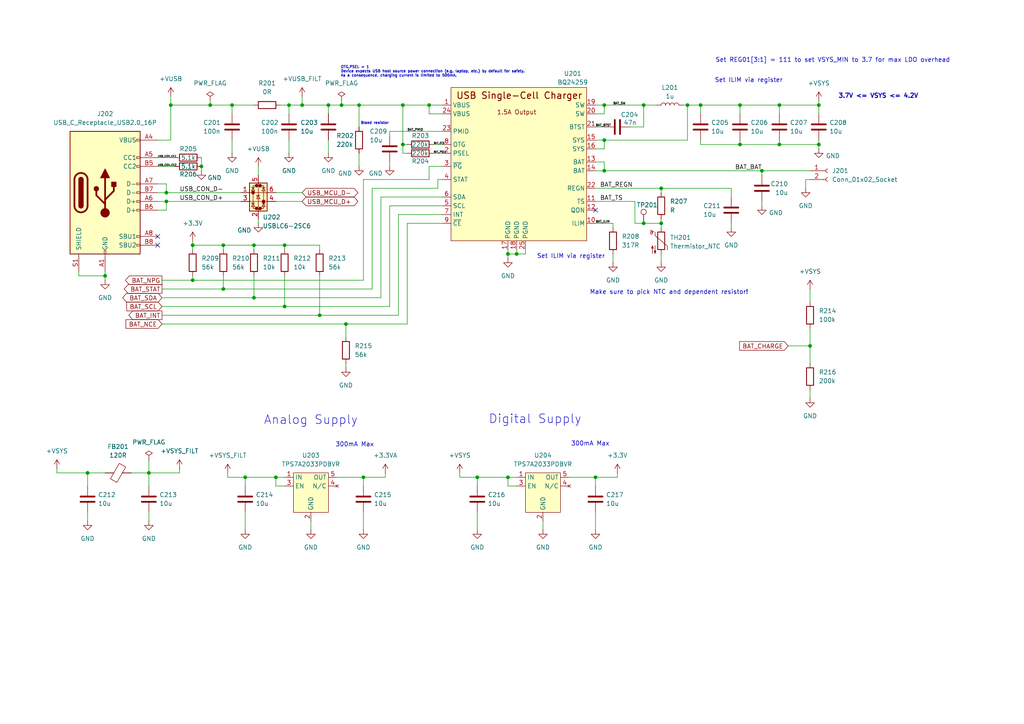
<source format=kicad_sch>
(kicad_sch (version 20250114) (generator "eeschema") (generator_version "9.0")
  (paper "A4")
  (lib_symbols
    (symbol "Connector:Conn_01x02_Socket" (pin_names (offset 1.016) (hide yes))
      (property "Reference" "J" (at 0 2.54 0))
      (property "Value" "Conn_01x02_Socket" (at 0 -5.08 0))
      (symbol "Conn_01x02_Socket_1_1"
        (polyline (pts (xy -1.27 0) (xy -0.508 0)) (stroke (width 0.1524)))
        (polyline (pts (xy -1.27 -2.54) (xy -0.508 -2.54)) (stroke (width 0.1524)))
        (arc (start 0 -0.508) (mid -0.5058 0) (end 0 0.508) (stroke (width 0.1524)))
        (arc (start 0 -3.048) (mid -0.5058 -2.54) (end 0 -2.032) (stroke (width 0.1524)))
        (pin passive line (at -5.08 0 0) (length 3.81) (name "Pin_1") (number "1"))
        (pin passive line (at -5.08 -2.54 0) (length 3.81) (name "Pin_2") (number "2"))
      )
    )
    (symbol "Connector:TestPoint" (pin_numbers (hide yes)) (pin_names (offset 0.762) (hide yes))
      (property "Reference" "TP" (at 0 6.858 0))
      (property "Value" "TestPoint" (at 0 5.08 0))
      (symbol "TestPoint_0_1"
        (circle (center 0 3.302) (radius 0.762))
      )
      (symbol "TestPoint_1_1"
        (pin passive line (at 0 0 90) (length 2.54) (name "1") (number "1"))
      )
    )
    (symbol "Connector:USB_C_Receptacle_USB2.0_16P" (pin_names (offset 1.016))
      (property "Reference" "J" (at 0 22.225 0))
      (property "Value" "USB_C_Receptacle_USB2.0_16P" (at 0 19.685 0))
      (symbol "USB_C_Receptacle_USB2.0_16P_0_0"
        (rectangle (start -0.254 -17.78) (end 0.254 -16.764))
        (rectangle (start 10.16 15.494) (end 9.144 14.986))
        (rectangle (start 10.16 10.414) (end 9.144 9.906))
        (rectangle (start 10.16 7.874) (end 9.144 7.366))
        (rectangle (start 10.16 2.794) (end 9.144 2.286))
        (rectangle (start 10.16 0.254) (end 9.144 -0.254))
        (rectangle (start 10.16 -2.286) (end 9.144 -2.794))
        (rectangle (start 10.16 -4.826) (end 9.144 -5.334))
        (rectangle (start 10.16 -12.446) (end 9.144 -12.954))
        (rectangle (start 10.16 -14.986) (end 9.144 -15.494))
      )
      (symbol "USB_C_Receptacle_USB2.0_16P_0_1"
        (rectangle (start -10.16 17.78) (end 10.16 -17.78) (stroke (width 0.254)) (fill (type background)))
        (polyline (pts (xy -8.89 -3.81) (xy -8.89 3.81)) (stroke (width 0.508)))
        (rectangle (start -7.62 -3.81) (end -6.35 3.81) (stroke (width 0.254)) (fill (type outline)))
        (arc (start -7.62 3.81) (mid -6.985 4.4423) (end -6.35 3.81) (stroke (width 0.254)))
        (arc (start -7.62 3.81) (mid -6.985 4.4423) (end -6.35 3.81) (stroke (width 0.254)) (fill (type outline)))
        (arc (start -8.89 3.81) (mid -6.985 5.7067) (end -5.08 3.81) (stroke (width 0.508)))
        (arc (start -5.08 -3.81) (mid -6.985 -5.7067) (end -8.89 -3.81) (stroke (width 0.508)))
        (arc (start -6.35 -3.81) (mid -6.985 -4.4423) (end -7.62 -3.81) (stroke (width 0.254)))
        (arc (start -6.35 -3.81) (mid -6.985 -4.4423) (end -7.62 -3.81) (stroke (width 0.254)) (fill (type outline)))
        (polyline (pts (xy -5.08 3.81) (xy -5.08 -3.81)) (stroke (width 0.508)))
        (circle (center -2.54 1.143) (radius 0.635) (stroke (width 0.254)) (fill (type outline)))
        (polyline (pts (xy -1.27 4.318) (xy 0 6.858) (xy 1.27 4.318) (xy -1.27 4.318)) (stroke (width 0.254)) (fill (type outline)))
        (polyline (pts (xy 0 -2.032) (xy 2.54 0.508) (xy 2.54 1.778)) (stroke (width 0.508)))
        (polyline (pts (xy 0 -3.302) (xy -2.54 -0.762) (xy -2.54 0.508)) (stroke (width 0.508)))
        (polyline (pts (xy 0 -5.842) (xy 0 4.318)) (stroke (width 0.508)))
        (circle (center 0 -5.842) (radius 1.27) (fill (type outline)))
        (rectangle (start 1.905 1.778) (end 3.175 3.048) (stroke (width 0.254)) (fill (type outline)))
      )
      (symbol "USB_C_Receptacle_USB2.0_16P_1_1"
        (pin passive line (at -7.62 -22.86 90) (length 5.08) (name "SHIELD") (number "S1"))
        (pin passive line (at 0 -22.86 90) (length 5.08) (name "GND") (number "A1"))
        (pin passive line (at 0 -22.86 90) (length 5.08) (hide yes) (name "GND") (number "A12"))
        (pin passive line (at 0 -22.86 90) (length 5.08) (hide yes) (name "GND") (number "B1"))
        (pin passive line (at 0 -22.86 90) (length 5.08) (hide yes) (name "GND") (number "B12"))
        (pin passive line (at 15.24 15.24 180) (length 5.08) (name "VBUS") (number "A4"))
        (pin passive line (at 15.24 15.24 180) (length 5.08) (hide yes) (name "VBUS") (number "A9"))
        (pin passive line (at 15.24 15.24 180) (length 5.08) (hide yes) (name "VBUS") (number "B4"))
        (pin passive line (at 15.24 15.24 180) (length 5.08) (hide yes) (name "VBUS") (number "B9"))
        (pin bidirectional line (at 15.24 10.16 180) (length 5.08) (name "CC1") (number "A5"))
        (pin bidirectional line (at 15.24 7.62 180) (length 5.08) (name "CC2") (number "B5"))
        (pin bidirectional line (at 15.24 2.54 180) (length 5.08) (name "D-") (number "A7"))
        (pin bidirectional line (at 15.24 0 180) (length 5.08) (name "D-") (number "B7"))
        (pin bidirectional line (at 15.24 -2.54 180) (length 5.08) (name "D+") (number "A6"))
        (pin bidirectional line (at 15.24 -5.08 180) (length 5.08) (name "D+") (number "B6"))
        (pin bidirectional line (at 15.24 -12.7 180) (length 5.08) (name "SBU1") (number "A8"))
        (pin bidirectional line (at 15.24 -15.24 180) (length 5.08) (name "SBU2") (number "B8"))
      )
    )
    (symbol "Device:C" (pin_numbers (hide yes)) (pin_names (offset 0.254))
      (property "Reference" "C" (at 0.635 2.54 0))
      (property "Value" "C" (at 0.635 -2.54 0))
      (symbol "C_0_1"
        (polyline (pts (xy -2.032 0.762) (xy 2.032 0.762)) (stroke (width 0.508)))
        (polyline (pts (xy -2.032 -0.762) (xy 2.032 -0.762)) (stroke (width 0.508)))
      )
      (symbol "C_1_1"
        (pin passive line (at 0 3.81 270) (length 2.794) (name "~") (number "1"))
        (pin passive line (at 0 -3.81 90) (length 2.794) (name "~") (number "2"))
      )
    )
    (symbol "Device:FerriteBead" (pin_numbers (hide yes)) (pin_names (offset 0))
      (property "Reference" "FB" (at -3.81 0.635 90))
      (property "Value" "FerriteBead" (at 3.81 0 90))
      (symbol "FerriteBead_0_1"
        (polyline (pts (xy -2.7686 0.4064) (xy -1.7018 2.2606) (xy 2.7686 -0.3048) (xy 1.6764 -2.159) (xy -2.7686 0.4064)))
        (polyline (pts (xy 0 1.27) (xy 0 1.2954)))
        (polyline (pts (xy 0 -1.27) (xy 0 -1.2192)))
      )
      (symbol "FerriteBead_1_1"
        (pin passive line (at 0 3.81 270) (length 2.54) (name "~") (number "1"))
        (pin passive line (at 0 -3.81 90) (length 2.54) (name "~") (number "2"))
      )
    )
    (symbol "Device:L" (pin_numbers (hide yes)) (pin_names (offset 1.016) (hide yes))
      (property "Reference" "L" (at -1.27 0 90))
      (property "Value" "L" (at 1.905 0 90))
      (symbol "L_0_1"
        (arc (start 0 2.54) (mid 0.6323 1.905) (end 0 1.27))
        (arc (start 0 1.27) (mid 0.6323 0.635) (end 0 0))
        (arc (start 0 0) (mid 0.6323 -0.635) (end 0 -1.27))
        (arc (start 0 -1.27) (mid 0.6323 -1.905) (end 0 -2.54))
      )
      (symbol "L_1_1"
        (pin passive line (at 0 3.81 270) (length 1.27) (name "1") (number "1"))
        (pin passive line (at 0 -3.81 90) (length 1.27) (name "2") (number "2"))
      )
    )
    (symbol "Device:R" (pin_numbers (hide yes)) (pin_names (offset 0))
      (property "Reference" "R" (at 2.032 0 90))
      (property "Value" "R" (at 0 0 90))
      (symbol "R_0_1"
        (rectangle (start -1.016 -2.54) (end 1.016 2.54) (stroke (width 0.254)))
      )
      (symbol "R_1_1"
        (pin passive line (at 0 3.81 270) (length 1.27) (name "~") (number "1"))
        (pin passive line (at 0 -3.81 90) (length 1.27) (name "~") (number "2"))
      )
    )
    (symbol "Device:Thermistor_NTC" (pin_numbers (hide yes)) (pin_names (offset 0))
      (property "Reference" "TH" (at -4.445 0 90))
      (property "Value" "Thermistor_NTC" (at 3.175 0 90))
      (symbol "Thermistor_NTC_0_1"
        (arc (start -3.175 2.413) (mid -3.0506 2.3165) (end -3.048 2.159))
        (arc (start -3.048 2.794) (mid -2.9736 2.9736) (end -2.794 3.048))
        (arc (start -2.794 3.048) (mid -2.6144 2.9736) (end -2.54 2.794))
        (arc (start -2.794 2.54) (mid -2.9736 2.6144) (end -3.048 2.794))
        (arc (start -2.794 1.905) (mid -2.9736 1.9794) (end -3.048 2.159))
        (arc (start -2.54 2.159) (mid -2.6144 1.9794) (end -2.794 1.905))
        (arc (start -2.159 2.794) (mid -2.434 2.5608) (end -2.794 2.54))
        (polyline (pts (xy -2.54 2.159) (xy -2.54 2.794)))
        (polyline (pts (xy -2.54 -3.683) (xy -2.54 -1.397) (xy -2.794 -2.159) (xy -2.286 -2.159) (xy -2.54 -1.397) (xy -2.54 -1.651)) (fill (type outline)))
        (polyline (pts (xy -1.778 2.54) (xy -1.778 1.524) (xy 1.778 -1.524) (xy 1.778 -2.54)))
        (polyline (pts (xy -1.778 -1.397) (xy -1.778 -3.683) (xy -2.032 -2.921) (xy -1.524 -2.921) (xy -1.778 -3.683) (xy -1.778 -3.429)) (fill (type outline)))
        (rectangle (start -1.016 2.54) (end 1.016 -2.54) (stroke (width 0.254)))
      )
      (symbol "Thermistor_NTC_1_1"
        (pin passive line (at 0 3.81 270) (length 1.27) (name "~") (number "1"))
        (pin passive line (at 0 -3.81 90) (length 1.27) (name "~") (number "2"))
      )
    )
    (symbol "MP3-Player_Symbol_Libraries:BQ24259"
      (property "Reference" "U" (at 16.256 5.842 0))
      (property "Value" "BQ24259" (at 16.256 3.556 0))
      (symbol "BQ24259_1_1"
        (rectangle (start -19.05 2.54) (end 20.32 -41.91) (fill (type background)))
        (text "1.5A Output" (at 0 -4.572 0) (effects (font (size 1.27 1.27))))
        (text "USB Single-Cell Charger" (at 0.762 0.254 0) (effects (font (size 1.905 1.905) (thickness 0.254) (bold yes))))
        (pin power_in line (at -21.59 -2.54 0) (length 2.54) (name "VBUS") (number "1"))
        (pin power_in line (at -21.59 -5.08 0) (length 2.54) (name "VBUS") (number "24"))
        (pin power_out line (at -21.59 -10.16 0) (length 2.54) (name "PMID") (number "23"))
        (pin input line (at -21.59 -13.97 0) (length 2.54) (name "OTG") (number "8"))
        (pin input line (at -21.59 -16.51 0) (length 2.54) (name "PSEL") (number "2"))
        (pin output line (at -21.59 -20.32 0) (length 2.54) (name "~{PG}") (number "3"))
        (pin output line (at -21.59 -24.13 0) (length 2.54) (name "STAT") (number "4"))
        (pin bidirectional line (at -21.59 -29.21 0) (length 2.54) (name "SDA") (number "6"))
        (pin input line (at -21.59 -31.75 0) (length 2.54) (name "SCL") (number "5"))
        (pin output line (at -21.59 -34.29 0) (length 2.54) (name "INT") (number "7"))
        (pin input line (at -21.59 -36.83 0) (length 2.54) (name "~{CE}") (number "9"))
        (pin power_in line (at -2.54 -44.45 90) (length 2.54) (name "PGND") (number "17"))
        (pin power_in line (at 0 -44.45 90) (length 2.54) (name "PGND") (number "18"))
        (pin power_in line (at 2.54 -44.45 90) (length 2.54) (name "PGND") (number "25"))
        (pin passive line (at 22.86 -2.54 180) (length 2.54) (name "SW") (number "19"))
        (pin passive line (at 22.86 -5.08 180) (length 2.54) (name "SW") (number "20"))
        (pin power_out line (at 22.86 -8.89 180) (length 2.54) (name "BTST") (number "21"))
        (pin input line (at 22.86 -12.7 180) (length 2.54) (name "SYS") (number "15"))
        (pin input line (at 22.86 -15.24 180) (length 2.54) (name "SYS") (number "16"))
        (pin passive line (at 22.86 -19.05 180) (length 2.54) (name "BAT") (number "13"))
        (pin passive line (at 22.86 -21.59 180) (length 2.54) (name "BAT") (number "14"))
        (pin power_out line (at 22.86 -26.67 180) (length 2.54) (name "REGN") (number "22"))
        (pin input line (at 22.86 -30.48 180) (length 2.54) (name "TS") (number "11"))
        (pin input line (at 22.86 -33.02 180) (length 2.54) (name "QON") (number "12"))
        (pin input line (at 22.86 -36.83 180) (length 2.54) (name "ILIM") (number "10"))
      )
    )
    (symbol "MP3-Player_Symbol_Libraries:TPS7A2033PDBVR"
      (property "Reference" "U" (at 0 5.08 0))
      (property "Value" "TPS7A2033PDBVR" (at 0 2.794 0))
      (symbol "TPS7A2033PDBVR_1_1"
        (rectangle (start -5.08 1.27) (end 5.08 -10.16) (fill (type background)))
        (pin power_in line (at -7.62 0 0) (length 2.54) (name "IN") (number "1"))
        (pin input line (at -7.62 -2.54 0) (length 2.54) (name "EN") (number "3"))
        (pin power_in line (at 0 -12.7 90) (length 2.54) (name "GND") (number "2"))
        (pin power_out line (at 7.62 0 180) (length 2.54) (name "OUT") (number "5"))
        (pin no_connect line (at 7.62 -2.54 180) (length 2.54) (name "N/C") (number "4"))
      )
    )
    (symbol "Power_Protection:USBLC6-2SC6" (pin_names (hide yes))
      (property "Reference" "U" (at 0.635 5.715 0))
      (property "Value" "USBLC6-2SC6" (at 0.635 3.81 0))
      (symbol "USBLC6-2SC6_0_0"
        (circle (center -1.524 0) (radius 0.0001) (stroke (width 0.508)))
        (circle (center -0.508 2.032) (radius 0.0001) (stroke (width 0.508)))
        (circle (center -0.508 -4.572) (radius 0.0001) (stroke (width 0.508)))
        (circle (center 0.508 2.032) (radius 0.0001) (stroke (width 0.508)))
        (circle (center 0.508 -4.572) (radius 0.0001) (stroke (width 0.508)))
        (circle (center 1.524 -2.54) (radius 0.0001) (stroke (width 0.508)))
      )
      (symbol "USBLC6-2SC6_0_1"
        (polyline (pts (xy -2.54 0) (xy 2.54 0)))
        (polyline (pts (xy -2.54 -2.54) (xy 2.54 -2.54)))
        (polyline (pts (xy -2.032 0.508) (xy -1.016 0.508) (xy -1.524 1.524) (xy -2.032 0.508)))
        (polyline (pts (xy -2.032 -3.048) (xy -1.016 -3.048)))
        (polyline (pts (xy -1.016 1.524) (xy -2.032 1.524)))
        (polyline (pts (xy -1.016 -4.064) (xy -2.032 -4.064) (xy -1.524 -3.048) (xy -1.016 -4.064)))
        (polyline (pts (xy -0.508 -1.143) (xy -0.508 -0.762) (xy 0.508 -0.762)))
        (polyline (pts (xy 0 2.54) (xy -0.508 2.032) (xy 0.508 2.032) (xy 0 1.524) (xy 0 -4.064) (xy -0.508 -4.572) (xy 0.508 -4.572) (xy 0 -5.08)))
        (polyline (pts (xy 0.508 -1.778) (xy -0.508 -1.778) (xy 0 -0.762) (xy 0.508 -1.778)))
        (polyline (pts (xy 1.016 1.524) (xy 2.032 1.524)))
        (polyline (pts (xy 1.016 -3.048) (xy 2.032 -3.048)))
        (polyline (pts (xy 2.032 0.508) (xy 1.016 0.508) (xy 1.524 1.524) (xy 2.032 0.508)))
        (polyline (pts (xy 2.032 -4.064) (xy 1.016 -4.064) (xy 1.524 -3.048) (xy 2.032 -4.064)))
      )
      (symbol "USBLC6-2SC6_1_1"
        (rectangle (start -2.54 2.794) (end 2.54 -5.334) (stroke (width 0.254)) (fill (type background)))
        (polyline (pts (xy -0.508 2.032) (xy -1.524 2.032) (xy -1.524 -4.572) (xy -0.508 -4.572)))
        (polyline (pts (xy 0.508 -4.572) (xy 1.524 -4.572) (xy 1.524 2.032) (xy 0.508 2.032)))
        (pin passive line (at -5.08 0 0) (length 2.54) (name "I/O1") (number "1"))
        (pin passive line (at -5.08 -2.54 0) (length 2.54) (name "I/O2") (number "3"))
        (pin passive line (at 0 5.08 270) (length 2.54) (name "VBUS") (number "5"))
        (pin passive line (at 0 -7.62 90) (length 2.54) (name "GND") (number "2"))
        (pin passive line (at 5.08 0 180) (length 2.54) (name "I/O1") (number "6"))
        (pin passive line (at 5.08 -2.54 180) (length 2.54) (name "I/O2") (number "4"))
      )
    )
    (symbol "power:+3.3V" (power) (pin_numbers (hide yes)) (pin_names (offset 0) (hide yes))
      (property "Value" "+3.3V" (at 0 3.556 0))
      (symbol "+3.3V_0_1"
        (polyline (pts (xy -0.762 1.27) (xy 0 2.54)))
        (polyline (pts (xy 0 2.54) (xy 0.762 1.27)))
        (polyline (pts (xy 0 0) (xy 0 2.54)))
      )
      (symbol "+3.3V_1_1"
        (pin power_in line (at 0 0 90) (length 0) (name "~") (number "1"))
      )
    )
    (symbol "power:GND" (power) (pin_numbers (hide yes)) (pin_names (offset 0) (hide yes))
      (property "Value" "GND" (at 0 -3.81 0))
      (symbol "GND_0_1"
        (polyline (pts (xy 0 0) (xy 0 -1.27) (xy 1.27 -1.27) (xy 0 -2.54) (xy -1.27 -1.27) (xy 0 -1.27)))
      )
      (symbol "GND_1_1"
        (pin power_in line (at 0 0 270) (length 0) (name "~") (number "1"))
      )
    )
    (symbol "power:PWR_FLAG" (power) (pin_numbers (hide yes)) (pin_names (offset 0) (hide yes))
      (property "Value" "PWR_FLAG" (at 0 3.81 0))
      (symbol "PWR_FLAG_0_0"
        (pin power_out line (at 0 0 90) (length 0) (name "~") (number "1"))
      )
      (symbol "PWR_FLAG_0_1"
        (polyline (pts (xy 0 0) (xy 0 1.27) (xy -1.016 1.905) (xy 0 2.54) (xy 1.016 1.905) (xy 0 1.27)))
      )
    )
    (symbol "power:VBUS" (power) (pin_numbers (hide yes)) (pin_names (offset 0) (hide yes))
      (property "Value" "VBUS" (at 0 3.556 0))
      (symbol "VBUS_0_1"
        (polyline (pts (xy -0.762 1.27) (xy 0 2.54)))
        (polyline (pts (xy 0 2.54) (xy 0.762 1.27)))
        (polyline (pts (xy 0 0) (xy 0 2.54)))
      )
      (symbol "VBUS_1_1"
        (pin power_in line (at 0 0 90) (length 0) (name "~") (number "1"))
      )
    )
  )
  (text "Analog Supply" (at 90.17 121.92 0) (effects (font (size 2.54 2.54))))
  (text "Set ILIM via register" (at 217.17 23.368 0) (effects (font (size 1.27 1.27))))
  (text "Bleed resistor\n" (at 108.712 35.814 0) (effects (font (size 0.762 0.762))))
  (text "Make sure to pick NTC and dependent resistor!\n" (at 194.056 84.836 0) (effects (font (size 1.27 1.27))))
  (text "Set ILIM via register" (at 165.608 74.422 0) (effects (font (size 1.27 1.27))))
  (text "300mA Max" (at 171.196 128.778 0) (effects (font (size 1.27 1.27))))
  (text "Digital Supply" (at 155.194 121.666 0) (effects (font (size 2.54 2.54))))
  (text "OTG,PSEL = 1\nDevice expects USB host source power connection (e.g. laptop, etc.) by default for safety.\nAs a consequence, charging current is limited to 500mA." (at 98.806 20.828 0) (effects (font (size 0.762 0.762)) (justify left)))
  (text "300mA Max" (at 102.87 129.032 0) (effects (font (size 1.27 1.27))))
  (text "3.7V <= VSYS <= 4.2V" (at 254.762 27.94 0) (effects (font (size 1.27 1.27) (thickness 0.254) (bold yes))))
  (text "Set REG01[3:1] = 111 to set VSYS_MIN to 3.7 for max LDO overhead" (at 241.554 17.526 0) (effects (font (size 1.27 1.27))))
  (junction (at 226.06 41.91))
  (junction (at 147.32 73.66))
  (junction (at 99.06 30.48))
  (junction (at 80.01 138.43))
  (junction (at 30.48 80.01))
  (junction (at 226.06 30.48))
  (junction (at 95.25 30.48))
  (junction (at 234.95 100.33))
  (junction (at 124.46 30.48))
  (junction (at 48.26 55.88))
  (junction (at 191.77 64.77))
  (junction (at 82.55 71.12))
  (junction (at 25.4 137.16))
  (junction (at 55.88 71.12))
  (junction (at 67.31 30.48))
  (junction (at 237.49 41.91))
  (junction (at 71.12 138.43))
  (junction (at 82.55 88.9))
  (junction (at 175.26 40.64))
  (junction (at 116.84 41.91))
  (junction (at 186.69 30.48))
  (junction (at 138.43 138.43))
  (junction (at 55.88 81.28))
  (junction (at 175.26 30.48))
  (junction (at 149.86 73.66))
  (junction (at 73.66 71.12))
  (junction (at 58.42 48.26))
  (junction (at 237.49 30.48))
  (junction (at 87.63 30.48))
  (junction (at 83.82 30.48))
  (junction (at 100.33 93.98))
  (junction (at 147.32 138.43))
  (junction (at 105.41 138.43))
  (junction (at 43.18 137.16))
  (junction (at 92.71 91.44))
  (junction (at 186.69 64.77))
  (junction (at 214.63 41.91))
  (junction (at 214.63 30.48))
  (junction (at 60.96 30.48))
  (junction (at 203.2 30.48))
  (junction (at 175.26 49.53))
  (junction (at 104.14 30.48))
  (junction (at 220.98 49.53))
  (junction (at 49.53 30.48))
  (junction (at 199.39 30.48))
  (junction (at 64.77 83.82))
  (junction (at 116.84 30.48))
  (junction (at 73.66 86.36))
  (junction (at 191.77 54.61))
  (junction (at 64.77 71.12))
  (junction (at 48.26 58.42))
  (junction (at 172.72 138.43))
  (no_connect (at 45.72 71.12))
  (no_connect (at 45.72 68.58))
  (no_connect (at 172.72 60.96))
  (wire (pts (xy 203.2 41.91) (xy 214.63 41.91)))
  (wire (pts (xy 48.26 58.42) (xy 69.85 58.42)))
  (wire (pts (xy 237.49 41.91) (xy 237.49 43.18)))
  (wire (pts (xy 147.32 73.66) (xy 147.32 74.93)))
  (wire (pts (xy 95.25 30.48) (xy 95.25 33.02)))
  (wire (pts (xy 234.95 83.82) (xy 234.95 87.63)))
  (wire (pts (xy 128.27 33.02) (xy 124.46 33.02)))
  (wire (pts (xy 186.69 64.77) (xy 191.77 64.77)))
  (wire (pts (xy 147.32 140.97) (xy 147.32 138.43)))
  (wire (pts (xy 116.84 44.45) (xy 116.84 41.91)))
  (wire (pts (xy 128.27 62.23) (xy 115.57 62.23)))
  (wire (pts (xy 128.27 52.07) (xy 127 52.07)))
  (wire (pts (xy 55.88 81.28) (xy 105.41 81.28)))
  (wire (pts (xy 226.06 30.48) (xy 226.06 33.02)))
  (wire (pts (xy 172.72 148.59) (xy 172.72 153.67)))
  (wire (pts (xy 71.12 138.43) (xy 80.01 138.43)))
  (wire (pts (xy 127 54.61) (xy 107.95 54.61)))
  (wire (pts (xy 152.4 72.39) (xy 152.4 73.66)))
  (wire (pts (xy 118.11 44.45) (xy 116.84 44.45)))
  (wire (pts (xy 149.86 73.66) (xy 147.32 73.66)))
  (wire (pts (xy 234.95 113.03) (xy 234.95 115.57)))
  (wire (pts (xy 228.6 100.33) (xy 234.95 100.33)))
  (wire (pts (xy 46.99 83.82) (xy 64.77 83.82)))
  (wire (pts (xy 128.27 64.77) (xy 118.11 64.77)))
  (wire (pts (xy 16.51 137.16) (xy 25.4 137.16)))
  (wire (pts (xy 80.01 140.97) (xy 80.01 138.43)))
  (wire (pts (xy 67.31 30.48) (xy 67.31 33.02)))
  (wire (pts (xy 172.72 46.99) (xy 175.26 46.99)))
  (wire (pts (xy 95.25 40.64) (xy 95.25 44.45)))
  (wire (pts (xy 116.84 30.48) (xy 116.84 41.91)))
  (wire (pts (xy 172.72 58.42) (xy 184.15 58.42)))
  (wire (pts (xy 124.46 52.07) (xy 105.41 52.07)))
  (wire (pts (xy 105.41 138.43) (xy 105.41 140.97)))
  (wire (pts (xy 25.4 148.59) (xy 25.4 151.13)))
  (wire (pts (xy 100.33 93.98) (xy 100.33 97.79)))
  (wire (pts (xy 58.42 48.26) (xy 58.42 49.53)))
  (wire (pts (xy 113.03 39.37) (xy 113.03 38.1)))
  (wire (pts (xy 107.95 54.61) (xy 107.95 83.82)))
  (wire (pts (xy 237.49 30.48) (xy 237.49 33.02)))
  (wire (pts (xy 133.35 137.16) (xy 133.35 138.43)))
  (wire (pts (xy 226.06 40.64) (xy 226.06 41.91)))
  (wire (pts (xy 172.72 49.53) (xy 175.26 49.53)))
  (wire (pts (xy 111.76 138.43) (xy 105.41 138.43)))
  (wire (pts (xy 46.99 93.98) (xy 100.33 93.98)))
  (wire (pts (xy 203.2 30.48) (xy 203.2 33.02)))
  (wire (pts (xy 172.72 138.43) (xy 172.72 140.97)))
  (wire (pts (xy 71.12 140.97) (xy 71.12 138.43)))
  (wire (pts (xy 49.53 40.64) (xy 45.72 40.64)))
  (wire (pts (xy 104.14 30.48) (xy 104.14 36.83)))
  (wire (pts (xy 116.84 30.48) (xy 124.46 30.48)))
  (wire (pts (xy 172.72 40.64) (xy 175.26 40.64)))
  (wire (pts (xy 128.27 59.69) (xy 113.03 59.69)))
  (wire (pts (xy 138.43 138.43) (xy 147.32 138.43)))
  (wire (pts (xy 82.55 71.12) (xy 92.71 71.12)))
  (wire (pts (xy 30.48 137.16) (xy 25.4 137.16)))
  (wire (pts (xy 49.53 30.48) (xy 49.53 40.64)))
  (wire (pts (xy 43.18 148.59) (xy 43.18 151.13)))
  (wire (pts (xy 43.18 137.16) (xy 43.18 140.97)))
  (wire (pts (xy 80.01 138.43) (xy 82.55 138.43)))
  (wire (pts (xy 203.2 30.48) (xy 214.63 30.48)))
  (wire (pts (xy 128.27 48.26) (xy 124.46 48.26)))
  (wire (pts (xy 73.66 86.36) (xy 110.49 86.36)))
  (wire (pts (xy 92.71 71.12) (xy 92.71 72.39)))
  (wire (pts (xy 191.77 63.5) (xy 191.77 64.77)))
  (wire (pts (xy 105.41 148.59) (xy 105.41 153.67)))
  (wire (pts (xy 149.86 140.97) (xy 147.32 140.97)))
  (wire (pts (xy 172.72 36.83) (xy 175.26 36.83)))
  (wire (pts (xy 30.48 78.74) (xy 30.48 80.01)))
  (wire (pts (xy 58.42 45.72) (xy 58.42 48.26)))
  (wire (pts (xy 45.72 58.42) (xy 48.26 58.42)))
  (wire (pts (xy 199.39 40.64) (xy 199.39 30.48)))
  (wire (pts (xy 64.77 72.39) (xy 64.77 71.12)))
  (wire (pts (xy 175.26 43.18) (xy 175.26 40.64)))
  (wire (pts (xy 203.2 40.64) (xy 203.2 41.91)))
  (wire (pts (xy 220.98 58.42) (xy 220.98 59.69)))
  (wire (pts (xy 73.66 71.12) (xy 73.66 72.39)))
  (wire (pts (xy 100.33 93.98) (xy 118.11 93.98)))
  (wire (pts (xy 73.66 80.01) (xy 73.66 86.36)))
  (wire (pts (xy 87.63 27.94) (xy 87.63 30.48)))
  (wire (pts (xy 111.76 137.16) (xy 111.76 138.43)))
  (wire (pts (xy 199.39 30.48) (xy 203.2 30.48)))
  (wire (pts (xy 128.27 57.15) (xy 110.49 57.15)))
  (wire (pts (xy 25.4 137.16) (xy 25.4 140.97)))
  (wire (pts (xy 81.28 30.48) (xy 83.82 30.48)))
  (wire (pts (xy 191.77 64.77) (xy 191.77 66.04)))
  (wire (pts (xy 45.72 48.26) (xy 50.8 48.26)))
  (wire (pts (xy 113.03 38.1) (xy 128.27 38.1)))
  (wire (pts (xy 113.03 46.99) (xy 113.03 48.26)))
  (wire (pts (xy 82.55 140.97) (xy 80.01 140.97)))
  (wire (pts (xy 237.49 41.91) (xy 237.49 40.64)))
  (wire (pts (xy 95.25 30.48) (xy 99.06 30.48)))
  (wire (pts (xy 90.17 151.13) (xy 90.17 153.67)))
  (wire (pts (xy 118.11 64.77) (xy 118.11 93.98)))
  (wire (pts (xy 110.49 57.15) (xy 110.49 86.36)))
  (wire (pts (xy 175.26 33.02) (xy 175.26 30.48)))
  (wire (pts (xy 48.26 60.96) (xy 48.26 58.42)))
  (wire (pts (xy 67.31 30.48) (xy 73.66 30.48)))
  (wire (pts (xy 60.96 30.48) (xy 67.31 30.48)))
  (wire (pts (xy 83.82 40.64) (xy 83.82 44.45)))
  (wire (pts (xy 237.49 29.21) (xy 237.49 30.48)))
  (wire (pts (xy 212.09 64.77) (xy 212.09 66.04)))
  (wire (pts (xy 52.07 135.89) (xy 52.07 137.16)))
  (wire (pts (xy 172.72 43.18) (xy 175.26 43.18)))
  (wire (pts (xy 48.26 53.34) (xy 48.26 55.88)))
  (wire (pts (xy 179.07 137.16) (xy 179.07 138.43)))
  (wire (pts (xy 177.8 73.66) (xy 177.8 76.2)))
  (wire (pts (xy 234.95 100.33) (xy 234.95 95.25)))
  (wire (pts (xy 74.93 63.5) (xy 74.93 64.77)))
  (wire (pts (xy 49.53 30.48) (xy 60.96 30.48)))
  (wire (pts (xy 115.57 62.23) (xy 115.57 91.44)))
  (wire (pts (xy 105.41 52.07) (xy 105.41 81.28)))
  (wire (pts (xy 22.86 80.01) (xy 30.48 80.01)))
  (wire (pts (xy 124.46 48.26) (xy 124.46 52.07)))
  (wire (pts (xy 127 52.07) (xy 127 54.61)))
  (wire (pts (xy 45.72 53.34) (xy 48.26 53.34)))
  (wire (pts (xy 92.71 80.01) (xy 92.71 91.44)))
  (wire (pts (xy 233.68 54.61) (xy 233.68 52.07)))
  (wire (pts (xy 165.1 138.43) (xy 172.72 138.43)))
  (wire (pts (xy 147.32 72.39) (xy 147.32 73.66)))
  (wire (pts (xy 214.63 41.91) (xy 226.06 41.91)))
  (wire (pts (xy 55.88 80.01) (xy 55.88 81.28)))
  (wire (pts (xy 191.77 54.61) (xy 191.77 55.88)))
  (wire (pts (xy 100.33 105.41) (xy 100.33 106.68)))
  (wire (pts (xy 214.63 30.48) (xy 226.06 30.48)))
  (wire (pts (xy 48.26 55.88) (xy 69.85 55.88)))
  (wire (pts (xy 82.55 88.9) (xy 113.03 88.9)))
  (wire (pts (xy 172.72 30.48) (xy 175.26 30.48)))
  (wire (pts (xy 83.82 30.48) (xy 87.63 30.48)))
  (wire (pts (xy 55.88 69.85) (xy 55.88 71.12)))
  (wire (pts (xy 46.99 81.28) (xy 55.88 81.28)))
  (wire (pts (xy 66.04 137.16) (xy 66.04 138.43)))
  (wire (pts (xy 46.99 88.9) (xy 82.55 88.9)))
  (wire (pts (xy 138.43 140.97) (xy 138.43 138.43)))
  (wire (pts (xy 87.63 30.48) (xy 95.25 30.48)))
  (wire (pts (xy 191.77 73.66) (xy 191.77 76.2)))
  (wire (pts (xy 22.86 78.74) (xy 22.86 80.01)))
  (wire (pts (xy 30.48 80.01) (xy 30.48 81.28)))
  (wire (pts (xy 147.32 138.43) (xy 149.86 138.43)))
  (wire (pts (xy 133.35 138.43) (xy 138.43 138.43)))
  (wire (pts (xy 226.06 30.48) (xy 237.49 30.48)))
  (wire (pts (xy 99.06 29.21) (xy 99.06 30.48)))
  (wire (pts (xy 191.77 54.61) (xy 172.72 54.61)))
  (wire (pts (xy 172.72 64.77) (xy 177.8 64.77)))
  (wire (pts (xy 64.77 83.82) (xy 107.95 83.82)))
  (wire (pts (xy 104.14 44.45) (xy 104.14 48.26)))
  (wire (pts (xy 87.63 58.42) (xy 80.01 58.42)))
  (wire (pts (xy 233.68 52.07) (xy 234.95 52.07)))
  (wire (pts (xy 179.07 138.43) (xy 172.72 138.43)))
  (wire (pts (xy 45.72 55.88) (xy 48.26 55.88)))
  (wire (pts (xy 71.12 148.59) (xy 71.12 153.67)))
  (wire (pts (xy 82.55 71.12) (xy 82.55 72.39)))
  (wire (pts (xy 149.86 72.39) (xy 149.86 73.66)))
  (wire (pts (xy 124.46 30.48) (xy 124.46 33.02)))
  (wire (pts (xy 125.73 44.45) (xy 128.27 44.45)))
  (wire (pts (xy 177.8 64.77) (xy 177.8 66.04)))
  (wire (pts (xy 172.72 33.02) (xy 175.26 33.02)))
  (wire (pts (xy 55.88 71.12) (xy 55.88 72.39)))
  (wire (pts (xy 43.18 133.35) (xy 43.18 137.16)))
  (wire (pts (xy 175.26 46.99) (xy 175.26 49.53)))
  (wire (pts (xy 184.15 58.42) (xy 184.15 64.77)))
  (wire (pts (xy 97.79 138.43) (xy 105.41 138.43)))
  (wire (pts (xy 152.4 73.66) (xy 149.86 73.66)))
  (wire (pts (xy 186.69 30.48) (xy 190.5 30.48)))
  (wire (pts (xy 214.63 30.48) (xy 214.63 33.02)))
  (wire (pts (xy 212.09 54.61) (xy 191.77 54.61)))
  (wire (pts (xy 16.51 135.89) (xy 16.51 137.16)))
  (wire (pts (xy 138.43 148.59) (xy 138.43 153.67)))
  (wire (pts (xy 38.1 137.16) (xy 43.18 137.16)))
  (wire (pts (xy 99.06 30.48) (xy 104.14 30.48)))
  (wire (pts (xy 73.66 71.12) (xy 82.55 71.12)))
  (wire (pts (xy 104.14 30.48) (xy 116.84 30.48)))
  (wire (pts (xy 214.63 40.64) (xy 214.63 41.91)))
  (wire (pts (xy 220.98 50.8) (xy 220.98 49.53)))
  (wire (pts (xy 45.72 60.96) (xy 48.26 60.96)))
  (wire (pts (xy 175.26 40.64) (xy 199.39 40.64)))
  (wire (pts (xy 116.84 41.91) (xy 118.11 41.91)))
  (wire (pts (xy 52.07 137.16) (xy 43.18 137.16)))
  (wire (pts (xy 234.95 100.33) (xy 234.95 105.41)))
  (wire (pts (xy 198.12 30.48) (xy 199.39 30.48)))
  (wire (pts (xy 46.99 86.36) (xy 73.66 86.36)))
  (wire (pts (xy 49.53 27.94) (xy 49.53 30.48)))
  (wire (pts (xy 212.09 57.15) (xy 212.09 54.61)))
  (wire (pts (xy 46.99 91.44) (xy 92.71 91.44)))
  (wire (pts (xy 82.55 80.01) (xy 82.55 88.9)))
  (wire (pts (xy 157.48 151.13) (xy 157.48 153.67)))
  (wire (pts (xy 124.46 30.48) (xy 128.27 30.48)))
  (wire (pts (xy 125.73 41.91) (xy 128.27 41.91)))
  (wire (pts (xy 64.77 80.01) (xy 64.77 83.82)))
  (wire (pts (xy 175.26 49.53) (xy 220.98 49.53)))
  (wire (pts (xy 220.98 49.53) (xy 234.95 49.53)))
  (wire (pts (xy 66.04 138.43) (xy 71.12 138.43)))
  (wire (pts (xy 64.77 71.12) (xy 55.88 71.12)))
  (wire (pts (xy 113.03 59.69) (xy 113.03 88.9)))
  (wire (pts (xy 67.31 40.64) (xy 67.31 44.45)))
  (wire (pts (xy 64.77 71.12) (xy 73.66 71.12)))
  (wire (pts (xy 83.82 30.48) (xy 83.82 33.02)))
  (wire (pts (xy 60.96 29.21) (xy 60.96 30.48)))
  (wire (pts (xy 45.72 45.72) (xy 50.8 45.72)))
  (wire (pts (xy 226.06 41.91) (xy 237.49 41.91)))
  (wire (pts (xy 186.69 36.83) (xy 186.69 30.48)))
  (wire (pts (xy 184.15 64.77) (xy 186.69 64.77)))
  (wire (pts (xy 115.57 91.44) (xy 92.71 91.44)))
  (wire (pts (xy 87.63 55.88) (xy 80.01 55.88)))
  (wire (pts (xy 182.88 36.83) (xy 186.69 36.83)))
  (wire (pts (xy 74.93 48.26) (xy 74.93 50.8)))
  (wire (pts (xy 175.26 30.48) (xy 186.69 30.48)))
  (label "BAT_REGN" (at 173.99 54.61 0))
  (label "BAT_ILIM" (at 172.72 64.77 0) (effects (font (size 0.635 0.635))))
  (label "USB_CON_D-" (at 52.07 55.88 0))
  (label "BAT_TS" (at 173.99 58.42 0))
  (label "BAT_PSEL" (at 125.73 44.45 0) (effects (font (size 0.508 0.508))))
  (label "BAT_OTG" (at 125.73 41.91 0) (effects (font (size 0.508 0.508))))
  (label "BAT_PMID" (at 118.11 38.1 0) (effects (font (size 0.635 0.635))))
  (label "BAT_SW" (at 177.8 30.48 0) (effects (font (size 0.635 0.635))))
  (label "USB_CON_D+" (at 52.07 58.42 0))
  (label "BAT_BAT" (at 220.98 49.53 180))
  (label "USB_CON_CC2" (at 45.72 48.26 0) (effects (font (size 0.508 0.508))))
  (label "BAT_BTST" (at 172.72 36.83 0) (effects (font (size 0.635 0.635))))
  (label "USB_CON_CC1" (at 45.72 45.72 0) (effects (font (size 0.508 0.508))))
  (global_label "BAT_SDA" (shape bidirectional) (at 46.99 86.36 180) (property "Intersheetrefs" "${INTERSHEET_REFS}" (effects (hide yes))))
  (global_label "BAT_STAT" (shape output) (at 46.99 83.82 180) (property "Intersheetrefs" "${INTERSHEET_REFS}" (effects (hide yes))))
  (global_label "BAT_INT" (shape output) (at 46.99 91.44 180) (property "Intersheetrefs" "${INTERSHEET_REFS}" (effects (hide yes))))
  (global_label "BAT_SCL" (shape input) (at 46.99 88.9 180) (property "Intersheetrefs" "${INTERSHEET_REFS}" (effects (hide yes))))
  (global_label "BAT_CHARGE" (shape input) (at 228.6 100.33 180) (property "Intersheetrefs" "${INTERSHEET_REFS}" (effects (hide yes))))
  (global_label "USB_MCU_D+" (shape bidirectional) (at 87.63 58.42 0) (property "Intersheetrefs" "${INTERSHEET_REFS}" (effects (hide yes))))
  (global_label "BAT_NCE" (shape input) (at 46.99 93.98 180) (property "Intersheetrefs" "${INTERSHEET_REFS}" (effects (hide yes))))
  (global_label "BAT_NPG" (shape output) (at 46.99 81.28 180) (property "Intersheetrefs" "${INTERSHEET_REFS}" (effects (hide yes))))
  (global_label "USB_MCU_D-" (shape bidirectional) (at 87.63 55.88 0) (property "Intersheetrefs" "${INTERSHEET_REFS}" (effects (hide yes))))
  (symbol (lib_id "power:PWR_FLAG") (at 60.96 29.21 0) (unit 1)
    (property "Reference" "#FLG0201" (effects (hide yes)))
    (property "Value" "PWR_FLAG" (at 60.96 24.13 0))
    (property "Description" "Special symbol for telling ERC where power comes from" (effects (hide yes)))
  )
  (symbol (lib_id "power:+3.3V") (at 55.88 69.85 0) (unit 1)
    (property "Reference" "#PWR0216" (effects (hide yes)))
    (property "Value" "+3.3V" (at 55.88 64.77 0))
    (property "Description" "Power symbol creates a global label with name \"+3.3V\"" (effects (hide yes)))
  )
  (symbol (lib_id "power:GND") (at 157.48 153.67 0) (unit 1)
    (property "Reference" "#PWR0237" (effects (hide yes)))
    (property "Value" "GND" (at 157.48 158.75 0))
    (property "Description" "Power symbol creates a global label with name \"GND\" , ground" (effects (hide yes)))
  )
  (symbol (lib_id "power:GND") (at 104.14 48.26 0) (unit 1)
    (property "Reference" "#PWR0209" (effects (hide yes)))
    (property "Value" "GND" (at 100.076 50.292 0))
    (property "Description" "Power symbol creates a global label with name \"GND\" , ground" (effects (hide yes)))
  )
  (symbol (lib_id "power:VBUS") (at 87.63 27.94 0) (unit 1)
    (property "Reference" "#PWR0202" (effects (hide yes)))
    (property "Value" "+VUSB_FILT" (at 87.63 22.86 0))
  )
  (symbol (lib_id "power:VBUS") (at 133.35 137.16 0) (unit 1)
    (property "Reference" "#PWR0228" (effects (hide yes)))
    (property "Value" "+VSYS" (at 133.35 132.08 0))
    (property "Description" "Power symbol creates a global label with name \"VBUS\"" (effects (hide yes)))
  )
  (symbol (lib_id "Device:C") (at 105.41 144.78 0) (unit 1)
    (property "Reference" "C215" (at 108.458 143.51 0) (effects (justify left)))
    (property "Value" "10u" (at 108.458 146.05 0) (effects (justify left)))
    (property "Footprint" "Capacitor_SMD:C_0805_2012Metric" (effects (hide yes)))
    (property "Description" "Unpolarized capacitor" (effects (hide yes)))
  )
  (symbol (lib_id "power:GND") (at 220.98 59.69 0) (mirror y) (unit 1)
    (property "Reference" "#PWR0213" (effects (hide yes)))
    (property "Value" "GND" (at 225.044 61.722 0))
    (property "Description" "Power symbol creates a global label with name \"GND\" , ground" (effects (hide yes)))
  )
  (symbol (lib_id "Device:R") (at 82.55 76.2 0) (unit 1)
    (property "Reference" "R212" (at 85.09 74.9299 0) (effects (justify left)))
    (property "Value" "10k" (at 85.09 77.4699 0) (effects (justify left)))
    (property "Footprint" "Resistor_SMD:R_0402_1005Metric" (effects (hide yes)))
    (property "Description" "Resistor" (effects (hide yes)))
  )
  (symbol (lib_id "power:GND") (at 212.09 66.04 0) (unit 1)
    (property "Reference" "#PWR0215" (effects (hide yes)))
    (property "Value" "GND" (at 212.09 71.12 0))
    (property "Description" "Power symbol creates a global label with name \"GND\" , ground" (effects (hide yes)))
  )
  (symbol (lib_id "power:VBUS") (at 16.51 135.89 0) (unit 1)
    (property "Reference" "#PWR0224" (effects (hide yes)))
    (property "Value" "+VSYS" (at 16.51 130.81 0))
    (property "Description" "Power symbol creates a global label with name \"VBUS\"" (effects (hide yes)))
  )
  (symbol (lib_id "Device:C") (at 43.18 144.78 0) (unit 1)
    (property "Reference" "C213" (at 46.228 143.51 0) (effects (justify left)))
    (property "Value" "10u" (at 46.228 146.05 0) (effects (justify left)))
    (property "Footprint" "Capacitor_SMD:C_0603_1608Metric" (effects (hide yes)))
    (property "Description" "Unpolarized capacitor" (effects (hide yes)))
  )
  (symbol (lib_id "Device:R") (at 54.61 45.72 90) (unit 1)
    (property "Reference" "R205" (at 54.61 43.18 90))
    (property "Value" "5.1k" (at 54.61 45.72 90))
    (property "Footprint" "Resistor_SMD:R_0402_1005Metric" (effects (hide yes)))
    (property "Description" "Resistor" (effects (hide yes)))
  )
  (symbol (lib_id "Connector:Conn_01x02_Socket") (at 240.03 49.53 0) (unit 1)
    (property "Reference" "J201" (at 241.3 49.5299 0) (effects (justify left)))
    (property "Value" "Conn_01x02_Socket" (at 241.3 52.0699 0) (effects (justify left)))
    (property "Footprint" "Connector_JST:JST_EH_S2B-EH_1x02_P2.50mm_Horizontal" (effects (hide yes)))
    (property "Description" "Generic connector, single row, 01x02, script generated" (effects (hide yes)))
  )
  (symbol (lib_id "Device:R") (at 234.95 109.22 0) (unit 1)
    (property "Reference" "R216" (at 237.49 107.9499 0) (effects (justify left)))
    (property "Value" "200k" (at 237.49 110.4899 0) (effects (justify left)))
    (property "Footprint" "Resistor_SMD:R_0402_1005Metric" (effects (hide yes)))
    (property "Description" "Resistor" (effects (hide yes)))
  )
  (symbol (lib_id "power:VBUS") (at 74.93 48.26 0) (unit 1)
    (property "Reference" "#PWR0208" (effects (hide yes)))
    (property "Value" "+VUSB" (at 74.93 43.18 0))
  )
  (symbol (lib_id "Connector:TestPoint") (at 186.69 64.77 0) (unit 1)
    (property "Reference" "TP201" (at 184.658 59.436 0) (effects (justify left)))
    (property "Value" "TestPoint" (effects (hide yes)))
    (property "Footprint" "TestPoint:TestPoint_Pad_1.0x1.0mm" (effects (hide yes)))
    (property "Description" "test point" (effects (hide yes)))
  )
  (symbol (lib_id "Device:C") (at 226.06 36.83 0) (unit 1)
    (property "Reference" "C207" (at 229.108 35.56 0) (effects (justify left)))
    (property "Value" "10u" (at 229.108 38.1 0) (effects (justify left)))
    (property "Footprint" "Capacitor_SMD:C_0805_2012Metric" (effects (hide yes)))
    (property "Description" "Unpolarized capacitor" (effects (hide yes)))
  )
  (symbol (lib_id "power:GND") (at 177.8 76.2 0) (unit 1)
    (property "Reference" "#PWR0218" (effects (hide yes)))
    (property "Value" "GND" (at 177.8 81.28 0))
    (property "Description" "Power symbol creates a global label with name \"GND\" , ground" (effects (hide yes)))
  )
  (symbol (lib_id "power:PWR_FLAG") (at 43.18 133.35 0) (unit 1)
    (property "Reference" "#FLG0203" (effects (hide yes)))
    (property "Value" "PWR_FLAG" (at 43.18 128.27 0))
    (property "Description" "Special symbol for telling ERC where power comes from" (effects (hide yes)))
  )
  (symbol (lib_id "Device:R") (at 77.47 30.48 90) (unit 1)
    (property "Reference" "R201" (at 77.47 24.13 90))
    (property "Value" "0R" (at 77.47 26.67 90))
    (property "Footprint" "Resistor_SMD:R_0603_1608Metric" (effects (hide yes)))
    (property "Description" "Resistor" (effects (hide yes)))
  )
  (symbol (lib_id "power:GND") (at 43.18 151.13 0) (unit 1)
    (property "Reference" "#PWR0232" (effects (hide yes)))
    (property "Value" "GND" (at 43.18 156.21 0))
    (property "Description" "Power symbol creates a global label with name \"GND\" , ground" (effects (hide yes)))
  )
  (symbol (lib_id "Device:C") (at 138.43 144.78 0) (unit 1)
    (property "Reference" "C216" (at 141.478 143.51 0) (effects (justify left)))
    (property "Value" "10u" (at 141.478 146.05 0) (effects (justify left)))
    (property "Footprint" "Capacitor_SMD:C_0805_2012Metric" (effects (hide yes)))
    (property "Description" "Unpolarized capacitor" (effects (hide yes)))
  )
  (symbol (lib_id "power:PWR_FLAG") (at 99.06 29.21 0) (unit 1)
    (property "Reference" "#FLG0202" (effects (hide yes)))
    (property "Value" "PWR_FLAG" (at 99.06 24.13 0))
    (property "Description" "Special symbol for telling ERC where power comes from" (effects (hide yes)))
  )
  (symbol (lib_id "power:GND") (at 234.95 115.57 0) (unit 1)
    (property "Reference" "#PWR0223" (effects (hide yes)))
    (property "Value" "GND" (at 234.95 120.65 0))
    (property "Description" "Power symbol creates a global label with name \"GND\" , ground" (effects (hide yes)))
  )
  (symbol (lib_id "Device:C") (at 25.4 144.78 0) (unit 1)
    (property "Reference" "C212" (at 28.448 143.51 0) (effects (justify left)))
    (property "Value" "10u" (at 28.448 146.05 0) (effects (justify left)))
    (property "Footprint" "Capacitor_SMD:C_0603_1608Metric" (effects (hide yes)))
    (property "Description" "Unpolarized capacitor" (effects (hide yes)))
  )
  (symbol (lib_id "Device:C") (at 113.03 43.18 0) (unit 1)
    (property "Reference" "C209" (at 107.188 38.1 0) (effects (justify left)))
    (property "Value" "10u" (at 107.188 40.64 0) (effects (justify left)))
    (property "Footprint" "Capacitor_SMD:C_0603_1608Metric" (effects (hide yes)))
    (property "Description" "Unpolarized capacitor" (effects (hide yes)))
  )
  (symbol (lib_id "power:GND") (at 105.41 153.67 0) (unit 1)
    (property "Reference" "#PWR0235" (effects (hide yes)))
    (property "Value" "GND" (at 105.41 158.75 0))
    (property "Description" "Power symbol creates a global label with name \"GND\" , ground" (effects (hide yes)))
  )
  (symbol (lib_id "power:GND") (at 172.72 153.67 0) (unit 1)
    (property "Reference" "#PWR0238" (effects (hide yes)))
    (property "Value" "GND" (at 172.72 158.75 0))
    (property "Description" "Power symbol creates a global label with name \"GND\" , ground" (effects (hide yes)))
  )
  (symbol (lib_id "Device:C") (at 212.09 60.96 0) (unit 1)
    (property "Reference" "C211" (at 203.962 59.69 0) (effects (justify left)))
    (property "Value" "10u" (at 203.962 62.23 0) (effects (justify left)))
    (property "Footprint" "Capacitor_SMD:C_0603_1608Metric" (effects (hide yes)))
    (property "Description" "Unpolarized capacitor" (effects (hide yes)))
  )
  (symbol (lib_id "power:VBUS") (at 49.53 27.94 0) (unit 1)
    (property "Reference" "#PWR0201" (effects (hide yes)))
    (property "Value" "+VUSB" (at 49.53 22.86 0))
  )
  (symbol (lib_id "Device:C") (at 203.2 36.83 0) (unit 1)
    (property "Reference" "C205" (at 206.248 35.56 0) (effects (justify left)))
    (property "Value" "10u" (at 206.248 38.1 0) (effects (justify left)))
    (property "Footprint" "Capacitor_SMD:C_0805_2012Metric" (effects (hide yes)))
    (property "Description" "Unpolarized capacitor" (effects (hide yes)))
  )
  (symbol (lib_id "power:GND") (at 83.82 44.45 0) (unit 1)
    (property "Reference" "#PWR0206" (effects (hide yes)))
    (property "Value" "GND" (at 83.82 49.53 0))
    (property "Description" "Power symbol creates a global label with name \"GND\" , ground" (effects (hide yes)))
  )
  (symbol (lib_id "power:VBUS") (at 234.95 83.82 0) (unit 1)
    (property "Reference" "#PWR0221" (effects (hide yes)))
    (property "Value" "+VSYS" (at 234.95 78.74 0))
    (property "Description" "Power symbol creates a global label with name \"VBUS\"" (effects (hide yes)))
  )
  (symbol (lib_id "Device:C") (at 237.49 36.83 0) (unit 1)
    (property "Reference" "C208" (at 240.538 35.56 0) (effects (justify left)))
    (property "Value" "10u" (at 240.538 38.1 0) (effects (justify left)))
    (property "Footprint" "Capacitor_SMD:C_0805_2012Metric" (effects (hide yes)))
    (property "Description" "Unpolarized capacitor" (effects (hide yes)))
  )
  (symbol (lib_id "MP3-Player_Symbol_Libraries:TPS7A2033PDBVR") (at 90.17 138.43 0) (unit 1)
    (property "Reference" "U203" (at 90.17 132.08 0))
    (property "Value" "TPS7A2033PDBVR" (at 90.17 134.62 0))
    (property "Footprint" "Package_TO_SOT_SMD:SOT-23-5" (effects (hide yes)))
  )
  (symbol (lib_id "power:GND") (at 191.77 76.2 0) (unit 1)
    (property "Reference" "#PWR0219" (effects (hide yes)))
    (property "Value" "GND" (at 191.77 81.28 0))
    (property "Description" "Power symbol creates a global label with name \"GND\" , ground" (effects (hide yes)))
  )
  (symbol (lib_id "power:VBUS") (at 52.07 135.89 0) (unit 1)
    (property "Reference" "#PWR0225" (effects (hide yes)))
    (property "Value" "+VSYS_FILT" (at 52.07 130.81 0))
    (property "Description" "Power symbol creates a global label with name \"VBUS\"" (effects (hide yes)))
  )
  (symbol (lib_id "Device:C") (at 71.12 144.78 0) (unit 1)
    (property "Reference" "C214" (at 74.168 143.51 0) (effects (justify left)))
    (property "Value" "10u" (at 74.168 146.05 0) (effects (justify left)))
    (property "Footprint" "Capacitor_SMD:C_0805_2012Metric" (effects (hide yes)))
    (property "Description" "Unpolarized capacitor" (effects (hide yes)))
  )
  (symbol (lib_id "Device:FerriteBead") (at 34.29 137.16 90) (unit 1)
    (property "Reference" "FB201" (at 34.2392 129.54 90))
    (property "Value" "120R" (at 34.2392 132.08 90))
    (property "Footprint" "Inductor_SMD:L_0805_2012Metric" (effects (hide yes)))
    (property "Description" "Ferrite bead" (effects (hide yes)))
  )
  (symbol (lib_id "MP3-Player_Symbol_Libraries:BQ24259") (at 149.86 27.94 0) (unit 1)
    (property "Reference" "U201" (at 166.116 21.336 0))
    (property "Value" "BQ24259" (at 166.116 23.876 0))
    (property "Footprint" "Package_DFN_QFN:VQFN-24-1EP_4x4mm_P0.5mm_EP2.5x2.5mm" (effects (hide yes)))
  )
  (symbol (lib_id "Device:C") (at 95.25 36.83 0) (unit 1)
    (property "Reference" "C203" (at 87.122 35.56 0) (effects (justify left)))
    (property "Value" "10u" (at 87.122 38.1 0) (effects (justify left)))
    (property "Footprint" "Capacitor_SMD:C_0603_1608Metric" (effects (hide yes)))
    (property "Description" "Unpolarized capacitor" (effects (hide yes)))
  )
  (symbol (lib_id "power:GND") (at 138.43 153.67 0) (unit 1)
    (property "Reference" "#PWR0236" (effects (hide yes)))
    (property "Value" "GND" (at 138.43 158.75 0))
    (property "Description" "Power symbol creates a global label with name \"GND\" , ground" (effects (hide yes)))
  )
  (symbol (lib_id "Device:C") (at 67.31 36.83 0) (unit 1)
    (property "Reference" "C201" (at 58.928 35.56 0) (effects (justify left)))
    (property "Value" "100n" (at 58.928 38.1 0) (effects (justify left)))
    (property "Footprint" "Capacitor_SMD:C_0402_1005Metric" (effects (hide yes)))
    (property "Description" "Unpolarized capacitor" (effects (hide yes)))
  )
  (symbol (lib_id "Device:C") (at 179.07 36.83 90) (unit 1)
    (property "Reference" "C204" (at 185.166 33.274 90) (effects (justify left)))
    (property "Value" "47n" (at 184.658 35.56 90) (effects (justify left)))
    (property "Footprint" "Capacitor_SMD:C_0402_1005Metric" (effects (hide yes)))
    (property "Description" "Unpolarized capacitor" (effects (hide yes)))
  )
  (symbol (lib_id "Device:R") (at 191.77 59.69 0) (unit 1)
    (property "Reference" "R207" (at 194.31 58.4199 0) (effects (justify left)))
    (property "Value" "R" (at 194.31 60.9599 0) (effects (justify left)))
    (property "Footprint" "Resistor_SMD:R_0402_1005Metric" (effects (hide yes)))
    (property "Description" "Resistor" (effects (hide yes)))
  )
  (symbol (lib_id "MP3-Player_Symbol_Libraries:TPS7A2033PDBVR") (at 157.48 138.43 0) (unit 1)
    (property "Reference" "U204" (at 157.48 132.08 0))
    (property "Value" "TPS7A2033PDBVR" (at 157.48 134.62 0))
    (property "Footprint" "Package_TO_SOT_SMD:SOT-23-5" (effects (hide yes)))
  )
  (symbol (lib_id "power:GND") (at 147.32 74.93 0) (unit 1)
    (property "Reference" "#PWR0217" (effects (hide yes)))
    (property "Value" "GND" (at 147.32 80.01 0))
    (property "Description" "Power symbol creates a global label with name \"GND\" , ground" (effects (hide yes)))
  )
  (symbol (lib_id "power:VBUS") (at 179.07 137.16 0) (unit 1)
    (property "Reference" "#PWR0230" (effects (hide yes)))
    (property "Value" "+3.3V" (at 179.07 132.08 0))
    (property "Description" "Power symbol creates a global label with name \"VBUS\"" (effects (hide yes)))
  )
  (symbol (lib_id "Device:R") (at 73.66 76.2 0) (unit 1)
    (property "Reference" "R211" (at 76.2 74.9299 0) (effects (justify left)))
    (property "Value" "10k" (at 76.2 77.4699 0) (effects (justify left)))
    (property "Footprint" "Resistor_SMD:R_0402_1005Metric" (effects (hide yes)))
    (property "Description" "Resistor" (effects (hide yes)))
  )
  (symbol (lib_id "Device:Thermistor_NTC") (at 191.77 69.85 0) (unit 1)
    (property "Reference" "TH201" (at 194.31 68.8974 0) (effects (justify left)))
    (property "Value" "Thermistor_NTC" (at 194.31 71.4374 0) (effects (justify left)))
    (property "Footprint" "Resistor_SMD:R_0603_1608Metric" (effects (hide yes)))
    (property "Description" "Temperature dependent resistor, negative temperature coefficient" (effects (hide yes)))
  )
  (symbol (lib_id "Device:R") (at 92.71 76.2 0) (unit 1)
    (property "Reference" "R213" (at 95.25 74.9299 0) (effects (justify left)))
    (property "Value" "56k" (at 95.25 77.4699 0) (effects (justify left)))
    (property "Footprint" "Resistor_SMD:R_0402_1005Metric" (effects (hide yes)))
    (property "Description" "Resistor" (effects (hide yes)))
  )
  (symbol (lib_id "Device:C") (at 83.82 36.83 0) (unit 1)
    (property "Reference" "C202" (at 75.692 35.56 0) (effects (justify left)))
    (property "Value" "100n" (at 75.692 38.1 0) (effects (justify left)))
    (property "Footprint" "Capacitor_SMD:C_0402_1005Metric" (effects (hide yes)))
    (property "Description" "Unpolarized capacitor" (effects (hide yes)))
  )
  (symbol (lib_id "power:GND") (at 71.12 153.67 0) (unit 1)
    (property "Reference" "#PWR0233" (effects (hide yes)))
    (property "Value" "GND" (at 71.12 158.75 0))
    (property "Description" "Power symbol creates a global label with name \"GND\" , ground" (effects (hide yes)))
  )
  (symbol (lib_id "power:GND") (at 100.33 106.68 0) (unit 1)
    (property "Reference" "#PWR0222" (effects (hide yes)))
    (property "Value" "GND" (at 100.33 111.76 0))
    (property "Description" "Power symbol creates a global label with name \"GND\" , ground" (effects (hide yes)))
  )
  (symbol (lib_id "Device:C") (at 172.72 144.78 0) (unit 1)
    (property "Reference" "C217" (at 175.768 143.51 0) (effects (justify left)))
    (property "Value" "10u" (at 175.768 146.05 0) (effects (justify left)))
    (property "Footprint" "Capacitor_SMD:C_0805_2012Metric" (effects (hide yes)))
    (property "Description" "Unpolarized capacitor" (effects (hide yes)))
  )
  (symbol (lib_id "Connector:USB_C_Receptacle_USB2.0_16P") (at 30.48 55.88 0) (unit 1)
    (property "Reference" "J202" (at 30.48 33.02 0))
    (property "Value" "USB_C_Receptacle_USB2.0_16P" (at 30.48 35.56 0))
    (property "Footprint" "Connector_USB:USB_C_Receptacle_GCT_USB4105-xx-A_16P_TopMnt_Horizontal" (effects (hide yes)))
    (property "Datasheet" "https://www.usb.org/sites/default/files/documents/usb_type-c.zip" (effects (hide yes)))
    (property "Description" "USB 2.0-only 16P Type-C Receptacle connector" (effects (hide yes)))
  )
  (symbol (lib_id "Device:L") (at 194.31 30.48 90) (unit 1)
    (property "Reference" "L201" (at 194.31 25.4 90))
    (property "Value" "1u" (at 194.31 27.94 90))
    (property "Footprint" "Inductor_SMD:L_Sunlord_SWPA3015S" (effects (hide yes)))
    (property "Description" "Inductor" (effects (hide yes)))
  )
  (symbol (lib_id "Device:R") (at 55.88 76.2 0) (unit 1)
    (property "Reference" "R209" (at 58.42 74.9299 0) (effects (justify left)))
    (property "Value" "56k" (at 58.42 77.4699 0) (effects (justify left)))
    (property "Footprint" "Resistor_SMD:R_0402_1005Metric" (effects (hide yes)))
    (property "Description" "Resistor" (effects (hide yes)))
  )
  (symbol (lib_id "power:VBUS") (at 111.76 137.16 0) (unit 1)
    (property "Reference" "#PWR0227" (effects (hide yes)))
    (property "Value" "+3.3VA" (at 111.76 132.08 0))
    (property "Description" "Power symbol creates a global label with name \"VBUS\"" (effects (hide yes)))
  )
  (symbol (lib_id "power:GND") (at 25.4 151.13 0) (unit 1)
    (property "Reference" "#PWR0231" (effects (hide yes)))
    (property "Value" "GND" (at 25.4 156.21 0))
    (property "Description" "Power symbol creates a global label with name \"GND\" , ground" (effects (hide yes)))
  )
  (symbol (lib_id "Device:R") (at 104.14 40.64 180) (unit 1)
    (property "Reference" "R202" (at 97.536 39.37 0) (effects (justify right)))
    (property "Value" "220k" (at 97.536 41.91 0) (effects (justify right)))
    (property "Footprint" "Resistor_SMD:R_0402_1005Metric" (effects (hide yes)))
    (property "Description" "Resistor" (effects (hide yes)))
  )
  (symbol (lib_id "Device:R") (at 121.92 44.45 90) (unit 1)
    (property "Reference" "R204" (at 119.38 46.736 90) (effects (justify right)))
    (property "Value" "220k" (at 119.38 44.45 90) (effects (justify right)))
    (property "Footprint" "Resistor_SMD:R_0402_1005Metric" (effects (hide yes)))
    (property "Description" "Resistor" (effects (hide yes)))
  )
  (symbol (lib_id "power:GND") (at 233.68 54.61 0) (unit 1)
    (property "Reference" "#PWR0212" (effects (hide yes)))
    (property "Value" "GND" (at 233.68 59.69 0))
    (property "Description" "Power symbol creates a global label with name \"GND\" , ground" (effects (hide yes)))
  )
  (symbol (lib_id "Device:R") (at 177.8 69.85 0) (unit 1)
    (property "Reference" "R208" (at 180.34 68.5799 0) (effects (justify left)))
    (property "Value" "317R" (at 180.34 71.1199 0) (effects (justify left)))
    (property "Footprint" "Resistor_SMD:R_0402_1005Metric" (effects (hide yes)))
    (property "Description" "Resistor" (effects (hide yes)))
  )
  (symbol (lib_id "Device:C") (at 220.98 54.61 0) (mirror y) (unit 1)
    (property "Reference" "C210" (at 228.6 53.34 0) (effects (justify left)))
    (property "Value" "10u" (at 228.6 55.88 0) (effects (justify left)))
    (property "Footprint" "Capacitor_SMD:C_0805_2012Metric" (effects (hide yes)))
    (property "Description" "Unpolarized capacitor" (effects (hide yes)))
  )
  (symbol (lib_id "power:GND") (at 67.31 44.45 0) (unit 1)
    (property "Reference" "#PWR0205" (effects (hide yes)))
    (property "Value" "GND" (at 67.31 49.53 0))
    (property "Description" "Power symbol creates a global label with name \"GND\" , ground" (effects (hide yes)))
  )
  (symbol (lib_id "Device:R") (at 54.61 48.26 90) (unit 1)
    (property "Reference" "R206" (at 54.61 50.546 90))
    (property "Value" "5.1k" (at 54.61 48.26 90))
    (property "Footprint" "Resistor_SMD:R_0402_1005Metric" (effects (hide yes)))
    (property "Description" "Resistor" (effects (hide yes)))
  )
  (symbol (lib_id "power:GND") (at 113.03 48.26 0) (unit 1)
    (property "Reference" "#PWR0210" (effects (hide yes)))
    (property "Value" "GND" (at 108.966 50.292 0))
    (property "Description" "Power symbol creates a global label with name \"GND\" , ground" (effects (hide yes)))
  )
  (symbol (lib_id "power:GND") (at 237.49 43.18 0) (unit 1)
    (property "Reference" "#PWR0204" (effects (hide yes)))
    (property "Value" "GND" (at 241.554 45.212 0))
    (property "Description" "Power symbol creates a global label with name \"GND\" , ground" (effects (hide yes)))
  )
  (symbol (lib_id "power:GND") (at 95.25 44.45 0) (unit 1)
    (property "Reference" "#PWR0207" (effects (hide yes)))
    (property "Value" "GND" (at 95.25 49.53 0))
    (property "Description" "Power symbol creates a global label with name \"GND\" , ground" (effects (hide yes)))
  )
  (symbol (lib_id "power:VBUS") (at 66.04 137.16 0) (unit 1)
    (property "Reference" "#PWR0226" (effects (hide yes)))
    (property "Value" "+VSYS_FILT" (at 66.04 132.08 0))
    (property "Description" "Power symbol creates a global label with name \"VBUS\"" (effects (hide yes)))
  )
  (symbol (lib_id "power:GND") (at 90.17 153.67 0) (unit 1)
    (property "Reference" "#PWR0234" (effects (hide yes)))
    (property "Value" "GND" (at 90.17 158.75 0))
    (property "Description" "Power symbol creates a global label with name \"GND\" , ground" (effects (hide yes)))
  )
  (symbol (lib_id "Power_Protection:USBLC6-2SC6") (at 74.93 55.88 0) (unit 1)
    (property "Reference" "U202" (at 76.2 62.992 0) (effects (justify left)))
    (property "Value" "USBLC6-2SC6" (at 76.2 65.532 0) (effects (justify left)))
    (property "Footprint" "Package_TO_SOT_SMD:SOT-23-6" (effects (hide yes)))
    (property "Datasheet" "https://www.st.com/resource/en/datasheet/usblc6-2.pdf" (effects (hide yes)))
    (property "Description" "Very low capacitance ESD protection diode, 2 data-line, SOT-23-6" (effects (hide yes)))
  )
  (symbol (lib_id "Device:R") (at 121.92 41.91 90) (unit 1)
    (property "Reference" "R203" (at 119.38 39.37 90) (effects (justify right)))
    (property "Value" "220k" (at 119.38 41.91 90) (effects (justify right)))
    (property "Footprint" "Resistor_SMD:R_0402_1005Metric" (effects (hide yes)))
    (property "Description" "Resistor" (effects (hide yes)))
  )
  (symbol (lib_id "Device:R") (at 100.33 101.6 0) (unit 1)
    (property "Reference" "R215" (at 102.87 100.3299 0) (effects (justify left)))
    (property "Value" "56k" (at 102.87 102.8699 0) (effects (justify left)))
    (property "Footprint" "Resistor_SMD:R_0402_1005Metric" (effects (hide yes)))
    (property "Description" "Resistor" (effects (hide yes)))
  )
  (symbol (lib_id "power:GND") (at 30.48 81.28 0) (unit 1)
    (property "Reference" "#PWR0220" (effects (hide yes)))
    (property "Value" "GND" (at 30.48 86.36 0))
    (property "Description" "Power symbol creates a global label with name \"GND\" , ground" (effects (hide yes)))
  )
  (symbol (lib_id "Device:R") (at 64.77 76.2 0) (unit 1)
    (property "Reference" "R210" (at 67.31 74.9299 0) (effects (justify left)))
    (property "Value" "56k" (at 67.31 77.4699 0) (effects (justify left)))
    (property "Footprint" "Resistor_SMD:R_0402_1005Metric" (effects (hide yes)))
    (property "Description" "Resistor" (effects (hide yes)))
  )
  (symbol (lib_id "power:GND") (at 74.93 64.77 0) (unit 1)
    (property "Reference" "#PWR0214" (effects (hide yes)))
    (property "Value" "GND" (at 70.866 66.802 0))
    (property "Description" "Power symbol creates a global label with name \"GND\" , ground" (effects (hide yes)))
  )
  (symbol (lib_id "power:VBUS") (at 237.49 29.21 0) (unit 1)
    (property "Reference" "#PWR0203" (effects (hide yes)))
    (property "Value" "+VSYS" (at 237.49 24.13 0))
    (property "Description" "Power symbol creates a global label with name \"VBUS\"" (effects (hide yes)))
  )
  (symbol (lib_id "Device:R") (at 234.95 91.44 0) (unit 1)
    (property "Reference" "R214" (at 237.49 90.1699 0) (effects (justify left)))
    (property "Value" "100k" (at 237.49 92.7099 0) (effects (justify left)))
    (property "Footprint" "Resistor_SMD:R_0402_1005Metric" (effects (hide yes)))
    (property "Description" "Resistor" (effects (hide yes)))
  )
  (symbol (lib_id "power:GND") (at 58.42 49.53 0) (unit 1)
    (property "Reference" "#PWR0211" (effects (hide yes)))
    (property "Value" "GND" (at 62.23 51.562 0))
    (property "Description" "Power symbol creates a global label with name \"GND\" , ground" (effects (hide yes)))
  )
  (symbol (lib_id "Device:C") (at 214.63 36.83 0) (unit 1)
    (property "Reference" "C206" (at 217.678 35.56 0) (effects (justify left)))
    (property "Value" "10u" (at 217.678 38.1 0) (effects (justify left)))
    (property "Footprint" "Capacitor_SMD:C_0805_2012Metric" (effects (hide yes)))
    (property "Description" "Unpolarized capacitor" (effects (hide yes)))
  )
)
</source>
